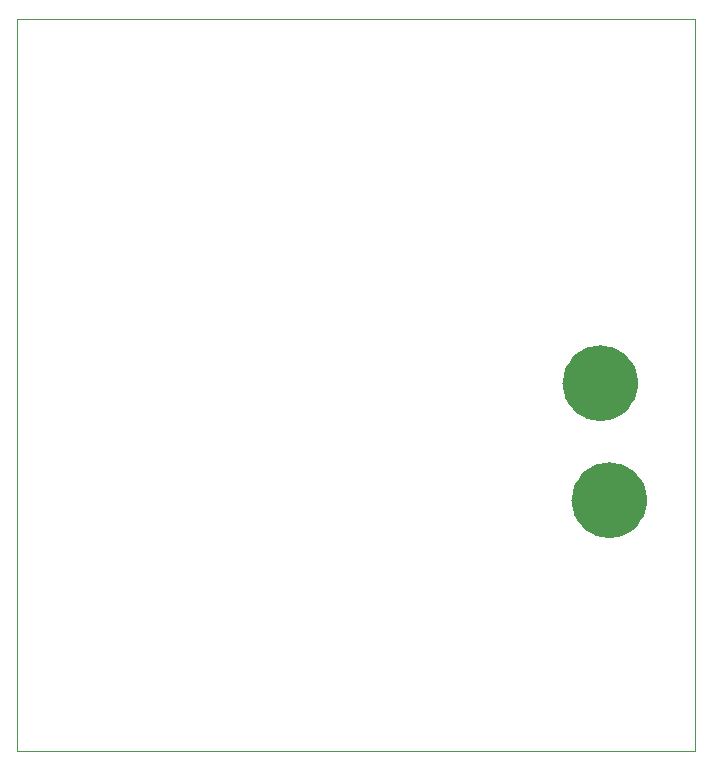
<source format=gm1>
G04 #@! TF.GenerationSoftware,KiCad,Pcbnew,(6.0.6)*
G04 #@! TF.CreationDate,2022-11-09T14:25:11-05:00*
G04 #@! TF.ProjectId,pov_display,706f765f-6469-4737-906c-61792e6b6963,v01*
G04 #@! TF.SameCoordinates,Original*
G04 #@! TF.FileFunction,Profile,NP*
%FSLAX46Y46*%
G04 Gerber Fmt 4.6, Leading zero omitted, Abs format (unit mm)*
G04 Created by KiCad (PCBNEW (6.0.6)) date 2022-11-09 14:25:11*
%MOMM*%
%LPD*%
G01*
G04 APERTURE LIST*
G04 #@! TA.AperFunction,Profile*
%ADD10C,3.213100*%
G04 #@! TD*
G04 #@! TA.AperFunction,Profile*
%ADD11C,0.025400*%
G04 #@! TD*
G04 APERTURE END LIST*
D10*
X109664050Y-147720500D02*
G75*
G03*
X109664050Y-147720500I-1606550J0D01*
G01*
D11*
X57912000Y-106934000D02*
X115316000Y-106934000D01*
X115316000Y-106934000D02*
X115316000Y-168910000D01*
X115316000Y-168910000D02*
X57912000Y-168910000D01*
X57912000Y-168910000D02*
X57912000Y-106934000D01*
D10*
X108902050Y-137814500D02*
G75*
G03*
X108902050Y-137814500I-1606550J0D01*
G01*
M02*

</source>
